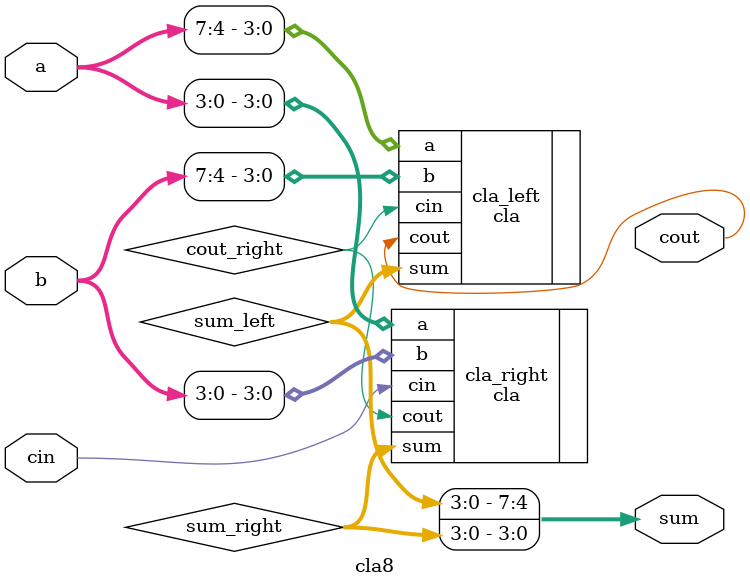
<source format=v>
module cla8(input [7:0] a, b, input cin, output wire [7:0] sum, output wire cout);
    wire cout_right;
    wire [3:0] sum_right;
    wire [3:0] sum_left;
        
    cla cla_right (.a({a[3:0]}), .b({b[3:0]}), .cin(cin), .sum(sum_right), .cout(cout_right));
    cla cla_left (.a({a[7:4]}), .b({b[7:4]}), .cin(cout_right), .sum(sum_left), .cout(cout));
    
    assign sum = {sum_left, sum_right};
endmodule

</source>
